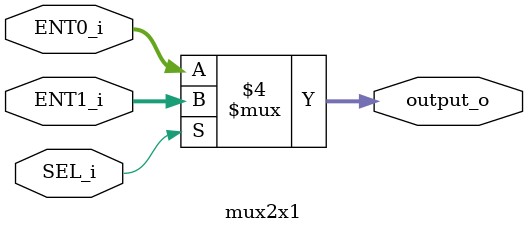
<source format=v>
/*
	mux2x1 7bits
	Richard - 24/05/2024
	
*/
module mux2x1 (
	ENT0_i,
	ENT1_i,
	SEL_i,
	output_o
);


	localparam WIDTH = 7;
	localparam SEL = 1;

	input wire  [WIDTH - 1:0] ENT0_i;
	input wire  [WIDTH - 1:0] ENT1_i;
	input wire  [SEL   - 1:0] SEL_i;
	output reg  [WIDTH - 1:0] output_o;
	
	always @(ENT0_i or ENT1_i or SEL_i)
	begin
		if (SEL_i==1'b1)
			output_o <= ENT1_i;
		else output_o <= ENT0_i;
	end
	
endmodule

</source>
